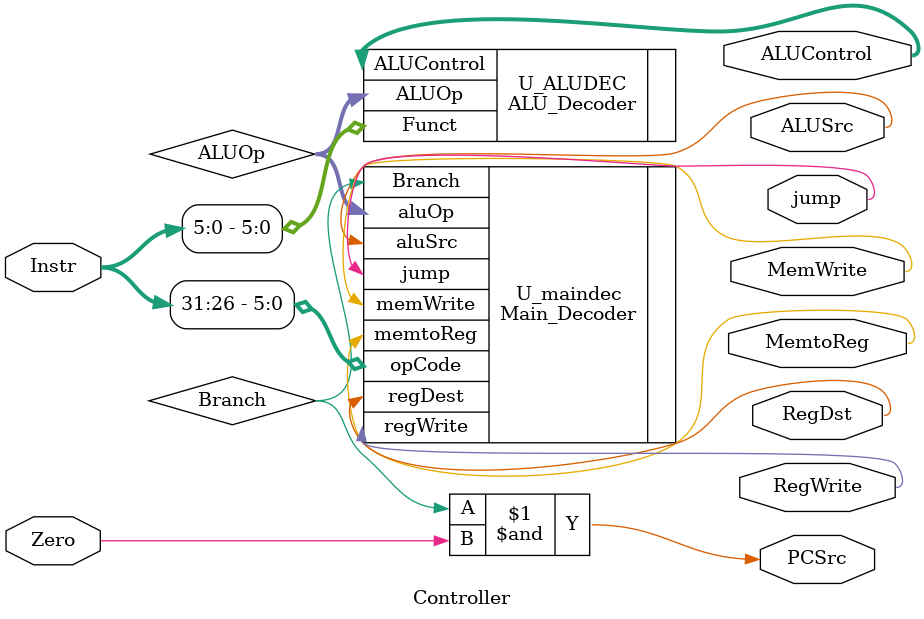
<source format=v>
module Controller (
 input wire      [31:0]        Instr,
 input wire                      Zero,
 output wire    [2:0]         ALUControl,
 output wire                    jump,PCSrc,MemtoReg,ALUSrc,RegDst,RegWrite,MemWrite
);

wire                [1:0]         ALUOp ;
wire                                Branch ;

assign PCSrc=Branch & Zero ;

ALU_Decoder U_ALUDEC (
.Funct(Instr[5:0]),
.ALUOp(ALUOp),
.ALUControl(ALUControl)
);

Main_Decoder U_maindec (
.opCode(Instr[31:26]),
.jump(jump),
.memWrite(MemWrite),
.regWrite(RegWrite),
.regDest(RegDst),
.aluSrc(ALUSrc),
.memtoReg(MemtoReg),
.Branch(Branch),
.aluOp(ALUOp)
);



endmodule
</source>
